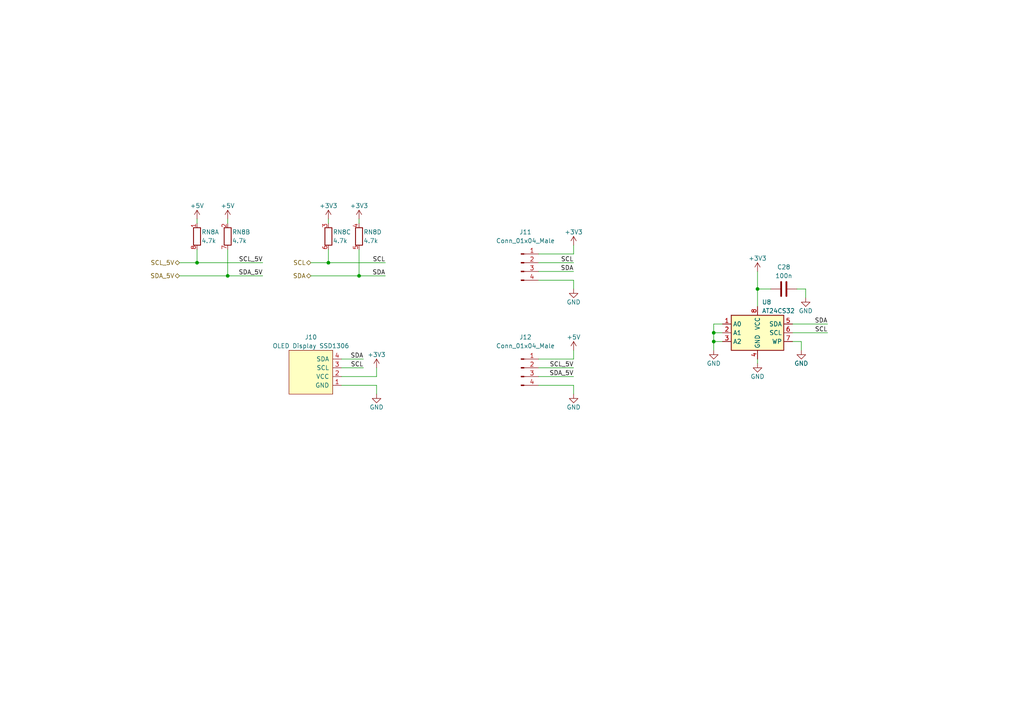
<source format=kicad_sch>
(kicad_sch (version 20220126) (generator eeschema)
  (paper "A4")
  (title_block (title "Raspberry Pi Pico Kit") (date "2022-01-02") (rev "1"))
  (lib_symbols
    (symbol "Connector:Conn_01x04_Male" (pin_names (offset 1.016) hide)
      (property "Reference" "J" (at 0 5.08 0))
      (property "Value" "Conn_01x04_Male" (at 0 -7.62 0))
      (symbol "Conn_01x04_Male_1_1"
        (polyline (pts (xy 1.27 -5.08) (xy 0.8636 -5.08)) (stroke (width 0.1524)))
        (polyline (pts (xy 1.27 -2.54) (xy 0.8636 -2.54)) (stroke (width 0.1524)))
        (polyline (pts (xy 1.27 0) (xy 0.8636 0)) (stroke (width 0.1524)))
        (polyline (pts (xy 1.27 2.54) (xy 0.8636 2.54)) (stroke (width 0.1524)))
        (rectangle (start 0.8636 -4.953) (end 0 -5.207) (stroke (width 0.1524)) (fill (type outline)))
        (rectangle (start 0.8636 -2.413) (end 0 -2.667) (stroke (width 0.1524)) (fill (type outline)))
        (rectangle (start 0.8636 0.127) (end 0 -0.127) (stroke (width 0.1524)) (fill (type outline)))
        (rectangle (start 0.8636 2.667) (end 0 2.413) (stroke (width 0.1524)) (fill (type outline)))
        (pin passive line (at 5.08 2.54 180) (length 3.81) (name "Pin_1") (number "1"))
        (pin passive line (at 5.08 0 180) (length 3.81) (name "Pin_2") (number "2"))
        (pin passive line (at 5.08 -2.54 180) (length 3.81) (name "Pin_3") (number "3"))
        (pin passive line (at 5.08 -5.08 180) (length 3.81) (name "Pin_4") (number "4"))
      )
    )
    (symbol "Device:C" (pin_numbers hide) (pin_names (offset 0.254))
      (property "Reference" "C" (at 0.635 2.54 0))
      (property "Value" "C" (at 0.635 -2.54 0))
      (symbol "C_0_1"
        (polyline (pts (xy -2.032 -0.762) (xy 2.032 -0.762)) (stroke (width 0.508)))
        (polyline (pts (xy -2.032 0.762) (xy 2.032 0.762)) (stroke (width 0.508)))
      )
      (symbol "C_1_1"
        (pin passive line (at 0 3.81 270) (length 2.794) (name "~") (number "1"))
        (pin passive line (at 0 -3.81 90) (length 2.794) (name "~") (number "2"))
      )
    )
    (symbol "Device:R_Pack04_Split" (pin_names (offset 0) hide)
      (property "Reference" "RN" (at 2.032 0 90))
      (property "Value" "R_Pack04_Split" (at 0 0 90))
      (symbol "R_Pack04_Split_0_1"
        (rectangle (start 1.016 2.54) (end -1.016 -2.54) (stroke (width 0.254)))
      )
      (symbol "R_Pack04_Split_1_1"
        (pin passive line (at 0 -3.81 90) (length 1.27) (name "R1.1") (number "1"))
        (pin passive line (at 0 3.81 270) (length 1.27) (name "R1.2") (number "8"))
      )
      (symbol "R_Pack04_Split_2_1"
        (pin passive line (at 0 -3.81 90) (length 1.27) (name "R2.1") (number "2"))
        (pin passive line (at 0 3.81 270) (length 1.27) (name "R2.2") (number "7"))
      )
      (symbol "R_Pack04_Split_3_1"
        (pin passive line (at 0 -3.81 90) (length 1.27) (name "R3.1") (number "3"))
        (pin passive line (at 0 3.81 270) (length 1.27) (name "R3.2") (number "6"))
      )
      (symbol "R_Pack04_Split_4_1"
        (pin passive line (at 0 -3.81 90) (length 1.27) (name "R4.1") (number "4"))
        (pin passive line (at 0 3.81 270) (length 1.27) (name "R4.2") (number "5"))
      )
    )
    (symbol "Memory_EEPROM:AT24CS32-SSHM"
      (property "Reference" "U" (at -7.62 6.35 0))
      (property "Value" "AT24CS32-SSHM" (at 2.54 -6.35 0))
      (symbol "AT24CS32-SSHM_1_1"
        (rectangle (start -7.62 5.08) (end 7.62 -5.08) (stroke (width 0.254)) (fill (type background)))
        (pin input line (at -10.16 2.54 0) (length 2.54) (name "A0") (number "1"))
        (pin input line (at -10.16 0 0) (length 2.54) (name "A1") (number "2"))
        (pin input line (at -10.16 -2.54 0) (length 2.54) (name "A2") (number "3"))
        (pin power_in line (at 0 -7.62 90) (length 2.54) (name "GND") (number "4"))
        (pin bidirectional line (at 10.16 2.54 180) (length 2.54) (name "SDA") (number "5"))
        (pin input line (at 10.16 0 180) (length 2.54) (name "SCL") (number "6"))
        (pin input line (at 10.16 -2.54 180) (length 2.54) (name "WP") (number "7"))
        (pin power_in line (at 0 7.62 270) (length 2.54) (name "VCC") (number "8"))
      )
    )
    (symbol "SSD1306:SSD1306" (pin_names (offset 1.016))
      (property "Reference" "Brd" (at 0 -3.81 0))
      (property "Value" "SSD1306" (at 0 -1.27 0))
      (symbol "SSD1306_0_1"
        (rectangle (start -6.35 6.35) (end 6.35 -6.35) (fill (type background)))
      )
      (symbol "SSD1306_1_1"
        (pin input line (at -3.81 8.89 270) (length 2.54) (name "GND") (number "1"))
        (pin input line (at -1.27 8.89 270) (length 2.54) (name "VCC") (number "2"))
        (pin input line (at 1.27 8.89 270) (length 2.54) (name "SCL") (number "3"))
        (pin input line (at 3.81 8.89 270) (length 2.54) (name "SDA") (number "4"))
      )
    )
    (symbol "power:+3.3V" (power) (pin_names (offset 0))
      (property "Value" "+3.3V" (at 0 3.556 0))
      (symbol "+3.3V_0_1"
        (polyline (pts (xy -0.762 1.27) (xy 0 2.54)))
        (polyline (pts (xy 0 0) (xy 0 2.54)))
        (polyline (pts (xy 0 2.54) (xy 0.762 1.27)))
      )
      (symbol "+3.3V_1_1"
        (pin power_in line (at 0 0 90) (length 0) hide (name "+3V3") (number "1"))
      )
    )
    (symbol "power:+5V" (power) (pin_names (offset 0))
      (property "Value" "+5V" (at 0 3.556 0))
      (symbol "+5V_0_1"
        (polyline (pts (xy -0.762 1.27) (xy 0 2.54)))
        (polyline (pts (xy 0 0) (xy 0 2.54)))
        (polyline (pts (xy 0 2.54) (xy 0.762 1.27)))
      )
      (symbol "+5V_1_1"
        (pin power_in line (at 0 0 90) (length 0) hide (name "+5V") (number "1"))
      )
    )
    (symbol "power:GND" (power) (pin_names (offset 0))
      (property "Value" "GND" (at 0 -3.81 0))
      (symbol "GND_0_1"
        (polyline (pts (xy 0 0) (xy 0 -1.27) (xy 1.27 -1.27) (xy 0 -2.54) (xy -1.27 -1.27) (xy 0 -1.27)))
      )
      (symbol "GND_1_1"
        (pin power_in line (at 0 0 270) (length 0) hide (name "GND") (number "1"))
      )
    )
  )
  (junction (at 57.15 76.2))
  (junction (at 219.71 83.82))
  (junction (at 207.01 96.52))
  (junction (at 104.14 80.01))
  (junction (at 66.04 80.01))
  (junction (at 95.25 76.2))
  (junction (at 207.01 99.06))
  (wire (pts (xy 156.21 106.68) (xy 166.37 106.68)))
  (wire (pts (xy 209.55 99.06) (xy 207.01 99.06)))
  (wire (pts (xy 99.06 111.76) (xy 109.22 111.76)))
  (wire (pts (xy 166.37 81.28) (xy 166.37 83.82)))
  (wire (pts (xy 66.04 80.01) (xy 76.2 80.01)))
  (wire (pts (xy 99.06 106.68) (xy 105.41 106.68)))
  (wire (pts (xy 95.25 63.5) (xy 95.25 64.77)))
  (wire (pts (xy 219.71 104.14) (xy 219.71 105.41)))
  (wire (pts (xy 156.21 109.22) (xy 166.37 109.22)))
  (wire (pts (xy 52.07 76.2) (xy 57.15 76.2)))
  (wire (pts (xy 229.87 99.06) (xy 232.41 99.06)))
  (wire (pts (xy 166.37 104.14) (xy 166.37 101.6)))
  (wire (pts (xy 219.71 83.82) (xy 219.71 88.9)))
  (wire (pts (xy 104.14 80.01) (xy 111.76 80.01)))
  (wire (pts (xy 95.25 72.39) (xy 95.25 76.2)))
  (wire (pts (xy 66.04 72.39) (xy 66.04 80.01)))
  (wire (pts (xy 156.21 73.66) (xy 166.37 73.66)))
  (wire (pts (xy 207.01 96.52) (xy 209.55 96.52)))
  (wire (pts (xy 99.06 109.22) (xy 109.22 109.22)))
  (wire (pts (xy 166.37 73.66) (xy 166.37 71.12)))
  (wire (pts (xy 219.71 83.82) (xy 223.52 83.82)))
  (wire (pts (xy 231.14 83.82) (xy 233.68 83.82)))
  (wire (pts (xy 90.17 76.2) (xy 95.25 76.2)))
  (wire (pts (xy 156.21 78.74) (xy 166.37 78.74)))
  (wire (pts (xy 207.01 93.98) (xy 207.01 96.52)))
  (wire (pts (xy 57.15 76.2) (xy 76.2 76.2)))
  (wire (pts (xy 52.07 80.01) (xy 66.04 80.01)))
  (wire (pts (xy 57.15 63.5) (xy 57.15 64.77)))
  (wire (pts (xy 229.87 93.98) (xy 240.03 93.98)))
  (wire (pts (xy 207.01 99.06) (xy 207.01 101.6)))
  (wire (pts (xy 156.21 104.14) (xy 166.37 104.14)))
  (wire (pts (xy 66.04 63.5) (xy 66.04 64.77)))
  (wire (pts (xy 219.71 78.74) (xy 219.71 83.82)))
  (wire (pts (xy 104.14 72.39) (xy 104.14 80.01)))
  (wire (pts (xy 90.17 80.01) (xy 104.14 80.01)))
  (wire (pts (xy 95.25 76.2) (xy 111.76 76.2)))
  (wire (pts (xy 207.01 96.52) (xy 207.01 99.06)))
  (wire (pts (xy 232.41 99.06) (xy 232.41 101.6)))
  (wire (pts (xy 57.15 72.39) (xy 57.15 76.2)))
  (wire (pts (xy 209.55 93.98) (xy 207.01 93.98)))
  (wire (pts (xy 229.87 96.52) (xy 240.03 96.52)))
  (wire (pts (xy 156.21 81.28) (xy 166.37 81.28)))
  (wire (pts (xy 104.14 63.5) (xy 104.14 64.77)))
  (wire (pts (xy 166.37 111.76) (xy 166.37 114.3)))
  (wire (pts (xy 233.68 83.82) (xy 233.68 86.36)))
  (wire (pts (xy 156.21 111.76) (xy 166.37 111.76)))
  (wire (pts (xy 109.22 111.76) (xy 109.22 114.3)))
  (wire (pts (xy 109.22 109.22) (xy 109.22 106.68)))
  (wire (pts (xy 99.06 104.14) (xy 105.41 104.14)))
  (wire (pts (xy 156.21 76.2) (xy 166.37 76.2)))
  (label "SCL" (at 166.37 76.2 0))
  (label "SDA" (at 105.41 104.14 0))
  (label "SDA" (at 240.03 93.98 0))
  (label "SCL" (at 105.41 106.68 0))
  (label "SDA_5V" (at 166.37 109.22 0))
  (label "SCL_5V" (at 76.2 76.2 0))
  (label "SCL_5V" (at 166.37 106.68 0))
  (label "SCL" (at 240.03 96.52 0))
  (label "SDA" (at 111.76 80.01 0))
  (label "SCL" (at 111.76 76.2 0))
  (label "SDA_5V" (at 76.2 80.01 0))
  (label "SDA" (at 166.37 78.74 0))
  (hierarchical_label "SDA_5V" (shape bidirectional) (at 52.07 80.01 180))
  (hierarchical_label "SCL_5V" (shape bidirectional) (at 52.07 76.2 180))
  (hierarchical_label "SDA" (shape bidirectional) (at 90.17 80.01 180))
  (hierarchical_label "SCL" (shape bidirectional) (at 90.17 76.2 180))
  (symbol (lib_id "Device:C") (at 227.33 83.82 90) (unit 1)
    (property "Reference" "C28" (at 227.33 77.47 90))
    (property "Value" "100n" (at 227.33 80.01 90))
    (property "Footprint" "Capacitor_SMD:C_0603_1608Metric_Pad1.08x0.95mm_HandSolder" (effects hide))
    (property "Manufacturer Part Number" "C0805C104M3RAC7800" (effects hide))
    (property "Supplier" "Digikey" (effects hide))
  )
  (symbol (lib_id "Device:R_Pack04_Split") (at 95.25 68.58 180) (unit 3)
    (property "Reference" "RN8" (at 96.52 67.31 0) (effects (justify right)))
    (property "Value" "4.7k" (at 96.52 69.85 0) (effects (justify right)))
    (property "Footprint" "Resistor_SMD:R_Array_Convex_4x1206" (effects hide))
  )
  (symbol (lib_id "power:GND") (at 166.37 114.3 0) (unit 1)
    (property "Reference" "#PWR0115" (effects hide))
    (property "Value" "GND" (at 166.37 118.11 0))
  )
  (symbol (lib_id "Device:R_Pack04_Split") (at 57.15 68.58 180) (unit 1)
    (property "Reference" "RN8" (at 58.42 67.31 0) (effects (justify right)))
    (property "Value" "4.7k" (at 58.42 69.85 0) (effects (justify right)))
    (property "Footprint" "Resistor_SMD:R_Array_Convex_4x1206" (effects hide))
  )
  (symbol (lib_id "power:+3.3V") (at 166.37 71.12 0) (unit 1)
    (property "Reference" "#PWR0112" (effects hide))
    (property "Value" "+3.3V" (at 166.37 67.31 0))
  )
  (symbol (lib_id "power:GND") (at 166.37 83.82 0) (unit 1)
    (property "Reference" "#PWR0113" (effects hide))
    (property "Value" "GND" (at 166.37 87.63 0))
  )
  (symbol (lib_id "power:GND") (at 109.22 114.3 0) (unit 1)
    (property "Reference" "#PWR0111" (effects hide))
    (property "Value" "GND" (at 109.22 118.11 0))
  )
  (symbol (lib_id "Device:R_Pack04_Split") (at 104.14 68.58 180) (unit 4)
    (property "Reference" "RN8" (at 105.41 67.31 0) (effects (justify right)))
    (property "Value" "4.7k" (at 105.41 69.85 0) (effects (justify right)))
    (property "Footprint" "Resistor_SMD:R_Array_Convex_4x1206" (effects hide))
  )
  (symbol (lib_id "power:GND") (at 232.41 101.6 0) (unit 1)
    (property "Reference" "#PWR0119" (effects hide))
    (property "Value" "GND" (at 232.41 105.41 0))
  )
  (symbol (lib_id "power:+5V") (at 57.15 63.5 0) (unit 1)
    (property "Reference" "#PWR0106" (effects hide))
    (property "Value" "+5V" (at 57.15 59.69 0))
  )
  (symbol (lib_id "power:+3.3V") (at 95.25 63.5 0) (unit 1)
    (property "Reference" "#PWR0108" (effects hide))
    (property "Value" "+3.3V" (at 95.25 59.69 0))
  )
  (symbol (lib_id "power:+3.3V") (at 104.14 63.5 0) (unit 1)
    (property "Reference" "#PWR0109" (effects hide))
    (property "Value" "+3.3V" (at 104.14 59.69 0))
  )
  (symbol (lib_id "SSD1306:SSD1306") (at 90.17 107.95 270) (mirror x) (unit 1)
    (property "Reference" "J10" (at 90.17 97.79 90))
    (property "Value" "OLED Display SSD1306" (at 90.17 100.33 90))
    (property "Footprint" "SSD1306:128x64OLED" (effects hide))
    (property "Manufacturer Part Number" "LA141008DI" (effects hide))
    (property "Supplier" "Laskakit" (effects hide))
    (property "Supplier Part URL" "https://www.laskakit.cz/oled-displej-modry-a-zluty-128x64-0-96--i2c/" (effects hide))
  )
  (symbol (lib_id "Memory_EEPROM:AT24CS32-SSHM") (at 219.71 96.52 0) (unit 1)
    (property "Reference" "U8" (at 220.98 87.63 0) (effects (justify left)))
    (property "Value" "AT24CS32" (at 220.98 90.17 0) (effects (justify left)))
    (property "Footprint" "Package_SO:SOIC-8_3.9x4.9mm_P1.27mm" (effects hide))
    (property "Datasheet" "http://ww1.microchip.com/downloads/en/DeviceDoc/Atmel-8869-SEEPROM-AT24CS32-Datasheet.pdf" (effects hide))
    (property "Manufacturer Part Number" "CAT24C32WI-GT3" (effects hide))
    (property "Supplier" "Digikey" (effects hide))
    (property "Supplier Part URL" "https://www.digikey.cz/en/products/detail/onsemi/CAT24C32WI-GT3/1631007" (effects hide))
  )
  (symbol (lib_id "Connector:Conn_01x04_Male") (at 151.13 76.2 0) (unit 1)
    (property "Reference" "J11" (at 152.4 67.31 0))
    (property "Value" "Conn_01x04_Male" (at 152.4 69.85 0))
    (property "Footprint" "Connector_PinHeader_2.54mm:PinHeader_1x04_P2.54mm_Vertical" (effects hide))
    (property "Manufacturer Part Number" "PinHeader_1x04" (effects hide))
    (property "Supplier" "me" (effects hide))
  )
  (symbol (lib_id "power:+5V") (at 66.04 63.5 0) (unit 1)
    (property "Reference" "#PWR0107" (effects hide))
    (property "Value" "+5V" (at 66.04 59.69 0))
  )
  (symbol (lib_id "Device:R_Pack04_Split") (at 66.04 68.58 180) (unit 2)
    (property "Reference" "RN8" (at 67.31 67.31 0) (effects (justify right)))
    (property "Value" "4.7k" (at 67.31 69.85 0) (effects (justify right)))
    (property "Footprint" "Resistor_SMD:R_Array_Convex_4x1206" (effects hide))
  )
  (symbol (lib_id "Connector:Conn_01x04_Male") (at 151.13 106.68 0) (unit 1)
    (property "Reference" "J12" (at 152.4 97.79 0))
    (property "Value" "Conn_01x04_Male" (at 152.4 100.33 0))
    (property "Footprint" "Connector_PinHeader_2.54mm:PinHeader_1x04_P2.54mm_Vertical" (effects hide))
    (property "Manufacturer Part Number" "PinHeader_1x04" (effects hide))
    (property "Supplier" "me" (effects hide))
  )
  (symbol (lib_id "power:+3.3V") (at 109.22 106.68 0) (unit 1)
    (property "Reference" "#PWR0110" (effects hide))
    (property "Value" "+3.3V" (at 109.22 102.87 0))
  )
  (symbol (lib_id "power:GND") (at 219.71 105.41 0) (unit 1)
    (property "Reference" "#PWR0118" (effects hide))
    (property "Value" "GND" (at 219.71 109.22 0))
  )
  (symbol (lib_id "power:+5V") (at 166.37 101.6 0) (unit 1)
    (property "Reference" "#PWR0114" (effects hide))
    (property "Value" "+5V" (at 166.37 97.79 0))
  )
  (symbol (lib_id "power:GND") (at 207.01 101.6 0) (unit 1)
    (property "Reference" "#PWR0116" (effects hide))
    (property "Value" "GND" (at 207.01 105.41 0))
  )
  (symbol (lib_id "power:+3.3V") (at 219.71 78.74 0) (unit 1)
    (property "Reference" "#PWR0117" (effects hide))
    (property "Value" "+3.3V" (at 219.71 74.93 0))
  )
  (symbol (lib_id "power:GND") (at 233.68 86.36 0) (unit 1)
    (property "Reference" "#PWR0120" (effects hide))
    (property "Value" "GND" (at 233.68 90.17 0))
  )
)
</source>
